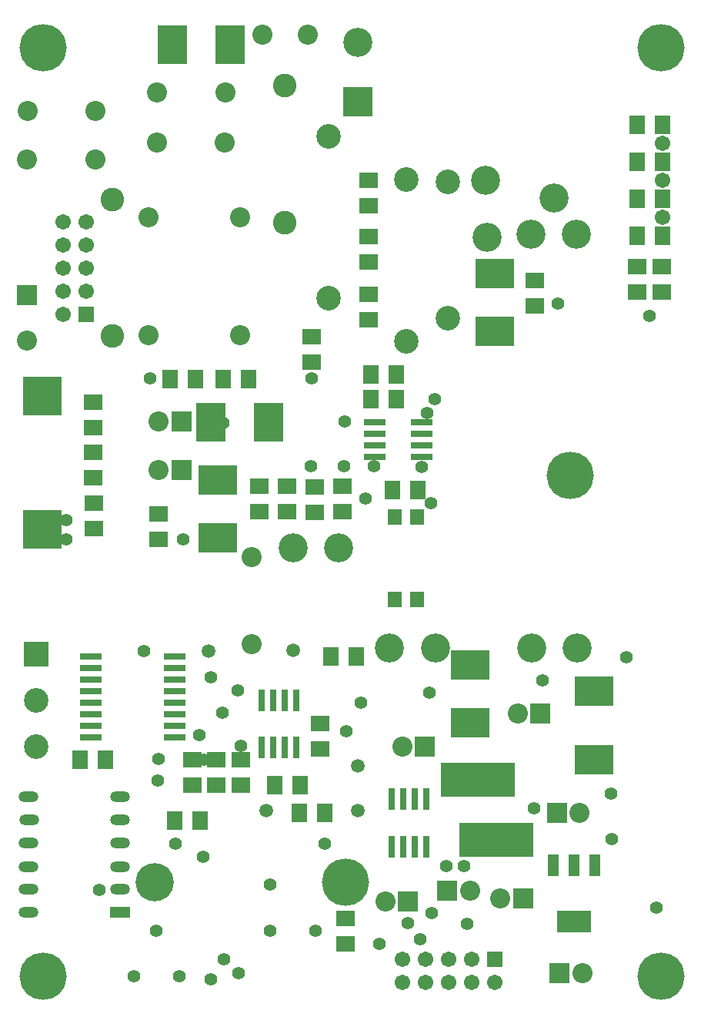
<source format=gts>
%FSLAX43Y43*%
%MOMM*%
G71*
G01*
G75*
%ADD10C,0.300*%
%ADD11R,3.000X4.000*%
%ADD12R,1.800X1.600*%
%ADD13R,1.600X1.800*%
%ADD14O,2.000X1.000*%
%ADD15R,2.000X1.000*%
%ADD16R,4.000X4.000*%
%ADD17R,1.300X1.500*%
%ADD18R,8.000X3.500*%
%ADD19R,1.100X2.150*%
%ADD20R,3.500X2.150*%
%ADD21R,0.600X2.200*%
%ADD22R,0.600X2.200*%
%ADD23R,2.200X0.600*%
%ADD24R,2.200X0.600*%
%ADD25R,4.000X3.000*%
%ADD26R,2.150X0.600*%
%ADD27R,2.150X0.600*%
%ADD28C,1.000*%
%ADD29C,0.600*%
%ADD30C,1.500*%
%ADD31C,0.500*%
%ADD32C,2.000*%
%ADD33C,0.880*%
%ADD34C,0.400*%
%ADD35C,1.500*%
%ADD36R,1.500X1.500*%
%ADD37C,2.000*%
%ADD38C,2.000*%
%ADD39R,2.000X2.000*%
%ADD40C,2.400*%
%ADD41C,5.000*%
%ADD42C,3.000*%
%ADD43C,2.500*%
%ADD44R,2.500X2.500*%
%ADD45C,4.000*%
%ADD46R,3.000X3.000*%
%ADD47C,1.200*%
%ADD48C,1.300*%
%ADD49R,3.203X4.203*%
%ADD50R,2.003X1.803*%
%ADD51R,1.803X2.003*%
%ADD52O,2.203X1.203*%
%ADD53R,2.203X1.203*%
%ADD54R,4.203X4.203*%
%ADD55R,1.503X1.703*%
%ADD56R,8.203X3.703*%
%ADD57R,1.303X2.353*%
%ADD58R,3.703X2.353*%
%ADD59R,0.803X2.403*%
%ADD60R,0.803X2.403*%
%ADD61R,2.403X0.803*%
%ADD62R,2.403X0.803*%
%ADD63R,4.203X3.203*%
%ADD64R,2.353X0.803*%
%ADD65R,2.353X0.803*%
%ADD66C,1.703*%
%ADD67R,1.703X1.703*%
%ADD68C,2.203*%
%ADD69C,2.203*%
%ADD70R,2.203X2.203*%
%ADD71C,2.603*%
%ADD72C,5.203*%
%ADD73C,3.203*%
%ADD74C,2.703*%
%ADD75R,2.703X2.703*%
%ADD76C,4.203*%
%ADD77R,3.203X3.203*%
%ADD78C,1.403*%
%ADD79C,1.503*%
D49*
X19259Y106194D02*
D03*
X25609D02*
D03*
X23491Y64656D02*
D03*
X29841D02*
D03*
D50*
X70395Y79007D02*
D03*
X70395Y81807D02*
D03*
X73057Y78992D02*
D03*
X73057Y81792D02*
D03*
X10557Y53038D02*
D03*
Y55838D02*
D03*
X40855Y78712D02*
D03*
Y85112D02*
D03*
X40855Y82312D02*
D03*
X40855Y91315D02*
D03*
X40855Y88515D02*
D03*
X38251Y10147D02*
D03*
Y7347D02*
D03*
X35457Y28792D02*
D03*
X35457Y31592D02*
D03*
X34892Y57608D02*
D03*
X34892Y54808D02*
D03*
X31857Y54842D02*
D03*
X31857Y57642D02*
D03*
X37957Y54842D02*
D03*
X37957Y57642D02*
D03*
X59093Y80258D02*
D03*
X59093Y77458D02*
D03*
X28807Y54857D02*
D03*
X28807Y57657D02*
D03*
X17743Y54658D02*
D03*
X17743Y51858D02*
D03*
X26756Y27637D02*
D03*
X24056D02*
D03*
X21406Y24837D02*
D03*
Y27637D02*
D03*
X26756Y24837D02*
D03*
X24056D02*
D03*
X10507Y61388D02*
D03*
Y58588D02*
D03*
Y64088D02*
D03*
Y66888D02*
D03*
X40855Y75912D02*
D03*
X34557Y74088D02*
D03*
Y71288D02*
D03*
D51*
X70350Y85185D02*
D03*
X73150Y85185D02*
D03*
X70350Y89249D02*
D03*
X73150Y89249D02*
D03*
X70350Y93312D02*
D03*
X73150Y93312D02*
D03*
X70350Y97376D02*
D03*
X73150Y97376D02*
D03*
X30507Y24807D02*
D03*
X33307Y24807D02*
D03*
X36004Y21807D02*
D03*
X33204Y21807D02*
D03*
X36692Y38993D02*
D03*
X39492Y38993D02*
D03*
X46262Y57272D02*
D03*
X43462Y57272D02*
D03*
X41092Y67193D02*
D03*
X43892Y67193D02*
D03*
X43858Y69907D02*
D03*
X41058Y69907D02*
D03*
X27608Y69407D02*
D03*
X24808Y69407D02*
D03*
X18992Y69393D02*
D03*
X21792Y69393D02*
D03*
X19512Y20956D02*
D03*
X11887Y27643D02*
D03*
X9087D02*
D03*
X22312Y20956D02*
D03*
D52*
X3443Y10807D02*
D03*
X13443Y13357D02*
D03*
Y15882D02*
D03*
X13443Y18432D02*
D03*
X3443D02*
D03*
X3393Y15882D02*
D03*
X3443Y13357D02*
D03*
X13443Y20982D02*
D03*
Y23532D02*
D03*
X3468Y20982D02*
D03*
X3443Y23532D02*
D03*
D53*
X13443Y10807D02*
D03*
D54*
X4950Y67550D02*
D03*
Y52950D02*
D03*
D55*
X43700Y45250D02*
D03*
Y54250D02*
D03*
X46200D02*
D03*
Y45250D02*
D03*
D56*
X52853Y25389D02*
D03*
X54885Y18785D02*
D03*
D57*
X63450Y16000D02*
D03*
X61150D02*
D03*
X65750D02*
D03*
D58*
X63450Y9800D02*
D03*
D59*
X32855Y34150D02*
D03*
X43352Y18055D02*
D03*
D60*
X29045Y28950D02*
D03*
X30315D02*
D03*
X31585D02*
D03*
X32855D02*
D03*
X29045Y34150D02*
D03*
X30315D02*
D03*
X31585D02*
D03*
X47162Y23255D02*
D03*
X45892D02*
D03*
X44622D02*
D03*
X43352D02*
D03*
X47162Y18055D02*
D03*
X45892D02*
D03*
X44622D02*
D03*
D61*
X41504Y64721D02*
D03*
D62*
X46704Y62181D02*
D03*
Y63451D02*
D03*
Y64721D02*
D03*
X41504Y60911D02*
D03*
Y62181D02*
D03*
Y63451D02*
D03*
X46704Y60911D02*
D03*
D63*
X54694Y74641D02*
D03*
Y80991D02*
D03*
X24194Y51991D02*
D03*
Y58341D02*
D03*
X51994Y31691D02*
D03*
Y38041D02*
D03*
X65600Y35150D02*
D03*
Y27650D02*
D03*
D64*
X19522Y30105D02*
D03*
Y32645D02*
D03*
Y35185D02*
D03*
Y36455D02*
D03*
X10272Y30105D02*
D03*
Y31375D02*
D03*
Y32645D02*
D03*
Y33915D02*
D03*
Y35185D02*
D03*
Y36455D02*
D03*
Y37725D02*
D03*
Y38995D02*
D03*
X19522Y31375D02*
D03*
Y33915D02*
D03*
D65*
X19522Y37725D02*
D03*
Y38995D02*
D03*
D66*
X7210Y86710D02*
D03*
X9750Y86710D02*
D03*
X7210Y84170D02*
D03*
X9750D02*
D03*
X7210Y81630D02*
D03*
X9750D02*
D03*
X7210Y79090D02*
D03*
X9750D02*
D03*
X7210Y76550D02*
D03*
X49617Y5650D02*
D03*
X52157D02*
D03*
X54697Y3110D02*
D03*
X47077D02*
D03*
X49617D02*
D03*
X52157D02*
D03*
X47077Y5650D02*
D03*
X44537D02*
D03*
Y3110D02*
D03*
X73150Y87200D02*
D03*
Y91300D02*
D03*
Y95350D02*
D03*
D67*
X9750Y76550D02*
D03*
X54697Y5650D02*
D03*
D68*
X10798Y98892D02*
D03*
X17502Y95458D02*
D03*
X25048Y100892D02*
D03*
D69*
X3298Y98892D02*
D03*
X3252Y93558D02*
D03*
X10752D02*
D03*
X3208Y73644D02*
D03*
X34154Y107302D02*
D03*
X29154D02*
D03*
X16650Y87250D02*
D03*
X26650D02*
D03*
X16650Y74250D02*
D03*
X26650D02*
D03*
X25002Y95458D02*
D03*
X17548Y100892D02*
D03*
X42645Y12061D02*
D03*
X44539Y29008D02*
D03*
X17735Y59471D02*
D03*
X17715Y64740D02*
D03*
X57239Y32724D02*
D03*
X64061Y21792D02*
D03*
X51961Y13192D02*
D03*
X64334Y4142D02*
D03*
X55339Y12358D02*
D03*
X27958Y40348D02*
D03*
Y49848D02*
D03*
D70*
X3208Y78644D02*
D03*
X61834Y4142D02*
D03*
X45145Y12061D02*
D03*
X47039Y29008D02*
D03*
X20235Y59471D02*
D03*
X20215Y64739D02*
D03*
X59739Y32724D02*
D03*
X49461Y13192D02*
D03*
X61561Y21792D02*
D03*
X57839Y12358D02*
D03*
D71*
X12600Y74200D02*
D03*
X31600Y101650D02*
D03*
X12600Y89200D02*
D03*
X31600Y86650D02*
D03*
D72*
X73000Y3850D02*
D03*
X73000Y105850D02*
D03*
X5000Y105850D02*
D03*
X5000Y3850D02*
D03*
X38294Y14159D02*
D03*
X63000Y58850D02*
D03*
D73*
X58750Y39850D02*
D03*
X63800D02*
D03*
X58697Y85350D02*
D03*
X61197Y89350D02*
D03*
X63697Y85350D02*
D03*
X48150Y39850D02*
D03*
X53900Y85050D02*
D03*
X53700Y91250D02*
D03*
X37500Y50850D02*
D03*
X32550D02*
D03*
X43150Y39850D02*
D03*
X39600Y106450D02*
D03*
D74*
X4250Y29040D02*
D03*
Y34120D02*
D03*
X49550Y91150D02*
D03*
Y76150D02*
D03*
X44992Y91387D02*
D03*
Y73607D02*
D03*
X36458Y78313D02*
D03*
Y96093D02*
D03*
D75*
X4250Y39200D02*
D03*
D76*
X17295Y14159D02*
D03*
D77*
X39600Y99950D02*
D03*
D78*
X61650Y77750D02*
D03*
X46650Y59800D02*
D03*
X40500Y56300D02*
D03*
X16100Y39550D02*
D03*
X22197Y30300D02*
D03*
X69200Y38850D02*
D03*
X58997Y22300D02*
D03*
X67497Y23850D02*
D03*
X67550Y18850D02*
D03*
X59997Y36350D02*
D03*
X47497Y34950D02*
D03*
X40000Y33850D02*
D03*
X41997Y7400D02*
D03*
X47750Y10750D02*
D03*
X51650Y9550D02*
D03*
X72497Y11350D02*
D03*
X17650Y25350D02*
D03*
X22597Y16950D02*
D03*
X29997Y13900D02*
D03*
X35000Y8850D02*
D03*
X30000D02*
D03*
X17497Y8850D02*
D03*
X19997Y3850D02*
D03*
X15000Y3850D02*
D03*
X46497Y7900D02*
D03*
X23450Y36650D02*
D03*
Y3450D02*
D03*
X26450Y35200D02*
D03*
X26500Y4150D02*
D03*
X24750Y32750D02*
D03*
X24900Y5650D02*
D03*
X45150Y9650D02*
D03*
X49350Y15950D02*
D03*
X51300Y15950D02*
D03*
X26750Y29150D02*
D03*
X22697Y27600D02*
D03*
X17697Y27700D02*
D03*
X35997Y18400D02*
D03*
X19547Y18350D02*
D03*
X38350Y30700D02*
D03*
X7550Y51850D02*
D03*
Y53950D02*
D03*
X20400Y51808D02*
D03*
X16800Y69500D02*
D03*
X38100Y59900D02*
D03*
X38200Y64750D02*
D03*
X47650Y55800D02*
D03*
X41450Y59850D02*
D03*
X48100Y67200D02*
D03*
X47250Y65750D02*
D03*
X34550Y69500D02*
D03*
X34500Y59850D02*
D03*
X24800Y64650D02*
D03*
X71750Y76350D02*
D03*
X11150Y13300D02*
D03*
D79*
X39600Y26950D02*
D03*
X39597Y22000D02*
D03*
X29597Y22000D02*
D03*
X23250Y39550D02*
D03*
X32497Y39650D02*
D03*
M02*

</source>
